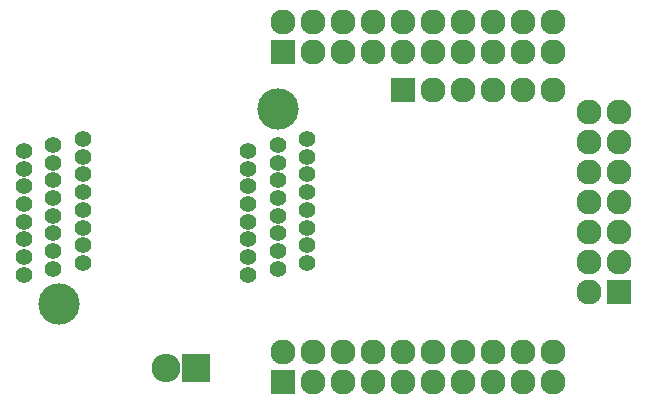
<source format=gts>
G04 #@! TF.FileFunction,Soldermask,Top*
%FSLAX46Y46*%
G04 Gerber Fmt 4.6, Leading zero omitted, Abs format (unit mm)*
G04 Created by KiCad (PCBNEW 4.0.6) date 08/06/17 17:06:55*
%MOMM*%
%LPD*%
G01*
G04 APERTURE LIST*
%ADD10C,0.100000*%
%ADD11C,1.400000*%
%ADD12C,3.500000*%
%ADD13R,2.127200X2.127200*%
%ADD14O,2.127200X2.127200*%
%ADD15R,2.432000X2.432000*%
%ADD16O,2.432000X2.432000*%
G04 APERTURE END LIST*
D10*
D11*
X140440000Y-100470000D03*
X142940000Y-99970000D03*
X145440000Y-99470000D03*
X140440000Y-98970000D03*
X142940000Y-98470000D03*
X145440000Y-97970000D03*
X140440000Y-97470000D03*
X142940000Y-96970000D03*
X145440000Y-96470000D03*
X140440000Y-95970000D03*
X142940000Y-95470000D03*
X145440000Y-94970000D03*
X140440000Y-94470000D03*
X142940000Y-93970000D03*
X145440000Y-93470000D03*
X140440000Y-92970000D03*
X142940000Y-92470000D03*
X145440000Y-91970000D03*
X140440000Y-91470000D03*
X142940000Y-90970000D03*
X145440000Y-90470000D03*
X140440000Y-89970000D03*
X142940000Y-89470000D03*
X145440000Y-88970000D03*
X126440000Y-88970000D03*
X123940000Y-89470000D03*
X121440000Y-89970000D03*
X126440000Y-90470000D03*
X123940000Y-90970000D03*
X121440000Y-91470000D03*
X126440000Y-91970000D03*
X123940000Y-92470000D03*
X121440000Y-92970000D03*
X126440000Y-93470000D03*
X123940000Y-93970000D03*
X121440000Y-94470000D03*
X126440000Y-94970000D03*
X123940000Y-95470000D03*
X121440000Y-95970000D03*
X126440000Y-96470000D03*
X123940000Y-96970000D03*
X121440000Y-97470000D03*
X126440000Y-97970000D03*
X123940000Y-98470000D03*
X121440000Y-98970000D03*
X126440000Y-99470000D03*
X123940000Y-99970000D03*
X121440000Y-100470000D03*
D12*
X124440000Y-102970000D03*
X142940000Y-86470000D03*
D13*
X143361000Y-109528000D03*
D14*
X143361000Y-106988000D03*
X145901000Y-109528000D03*
X145901000Y-106988000D03*
X148441000Y-109528000D03*
X148441000Y-106988000D03*
X150981000Y-109528000D03*
X150981000Y-106988000D03*
X153521000Y-109528000D03*
X153521000Y-106988000D03*
X156061000Y-109528000D03*
X156061000Y-106988000D03*
X158601000Y-109528000D03*
X158601000Y-106988000D03*
X161141000Y-109528000D03*
X161141000Y-106988000D03*
X163681000Y-109528000D03*
X163681000Y-106988000D03*
X166221000Y-109528000D03*
X166221000Y-106988000D03*
D13*
X171809000Y-101908000D03*
D14*
X169269000Y-101908000D03*
X171809000Y-99368000D03*
X169269000Y-99368000D03*
X171809000Y-96828000D03*
X169269000Y-96828000D03*
X171809000Y-94288000D03*
X169269000Y-94288000D03*
X171809000Y-91748000D03*
X169269000Y-91748000D03*
X171809000Y-89208000D03*
X169269000Y-89208000D03*
X171809000Y-86668000D03*
X169269000Y-86668000D03*
D13*
X153521000Y-84826500D03*
D14*
X156061000Y-84826500D03*
X158601000Y-84826500D03*
X161141000Y-84826500D03*
X163681000Y-84826500D03*
X166221000Y-84826500D03*
D13*
X143361000Y-81588000D03*
D14*
X143361000Y-79048000D03*
X145901000Y-81588000D03*
X145901000Y-79048000D03*
X148441000Y-81588000D03*
X148441000Y-79048000D03*
X150981000Y-81588000D03*
X150981000Y-79048000D03*
X153521000Y-81588000D03*
X153521000Y-79048000D03*
X156061000Y-81588000D03*
X156061000Y-79048000D03*
X158601000Y-81588000D03*
X158601000Y-79048000D03*
X161141000Y-81588000D03*
X161141000Y-79048000D03*
X163681000Y-81588000D03*
X163681000Y-79048000D03*
X166221000Y-81588000D03*
X166221000Y-79048000D03*
D15*
X135995000Y-108385000D03*
D16*
X133455000Y-108385000D03*
M02*

</source>
